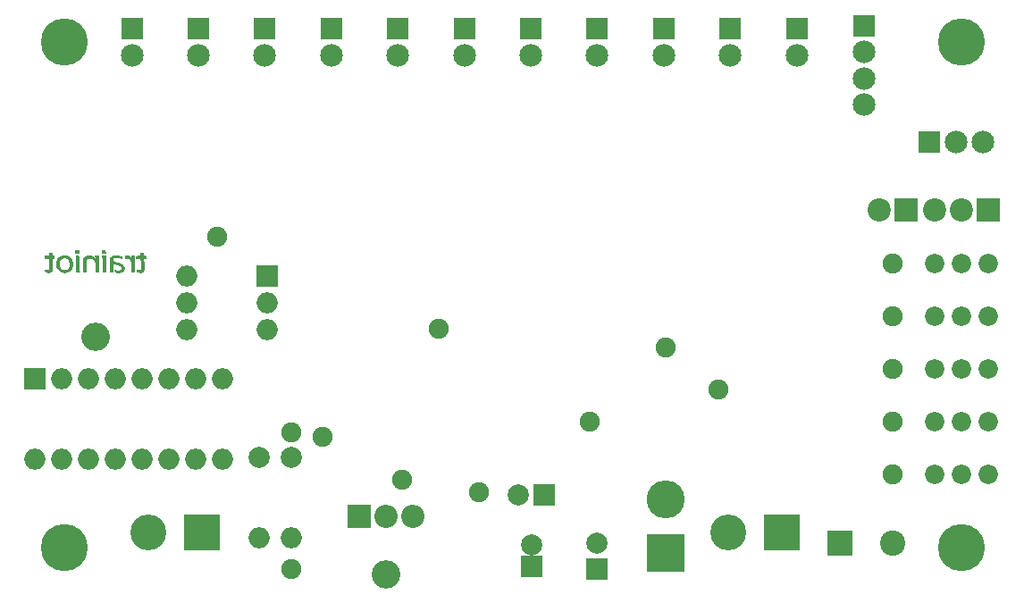
<source format=gbs>
G04 #@! TF.FileFunction,Soldermask,Bot*
%FSLAX46Y46*%
G04 Gerber Fmt 4.6, Leading zero omitted, Abs format (unit mm)*
G04 Created by KiCad (PCBNEW 4.0.7) date 01/01/18 15:21:48*
%MOMM*%
%LPD*%
G01*
G04 APERTURE LIST*
%ADD10C,0.100000*%
%ADD11C,0.010000*%
%ADD12C,4.464000*%
%ADD13O,2.700000X2.700000*%
%ADD14C,1.900000*%
%ADD15R,2.000000X2.000000*%
%ADD16C,2.000000*%
%ADD17R,2.400000X2.400000*%
%ADD18C,2.400000*%
%ADD19R,3.600000X3.600000*%
%ADD20O,3.600000X3.600000*%
%ADD21R,2.200000X2.200000*%
%ADD22C,2.200000*%
%ADD23O,2.000000X2.000000*%
%ADD24R,3.400000X3.400000*%
%ADD25C,3.400000*%
%ADD26R,2.150000X2.150000*%
%ADD27C,2.150000*%
%ADD28C,1.840000*%
%ADD29O,2.200000X2.200000*%
G04 APERTURE END LIST*
D10*
D11*
G36*
X113216464Y-106151229D02*
X113220218Y-106317917D01*
X113011602Y-106317917D01*
X112939932Y-106318070D01*
X112886848Y-106318673D01*
X112849770Y-106319938D01*
X112826119Y-106322080D01*
X112813316Y-106325311D01*
X112808780Y-106329847D01*
X112809410Y-106334657D01*
X112812667Y-106353322D01*
X112814978Y-106385994D01*
X112815834Y-106424615D01*
X112815834Y-106497833D01*
X113226381Y-106497833D01*
X113232793Y-106579854D01*
X113236906Y-106638036D01*
X113241214Y-106708896D01*
X113245596Y-106789404D01*
X113249929Y-106876531D01*
X113254090Y-106967246D01*
X113257958Y-107058521D01*
X113261410Y-107147324D01*
X113264324Y-107230627D01*
X113266577Y-107305399D01*
X113268048Y-107368611D01*
X113268613Y-107417232D01*
X113268151Y-107448233D01*
X113267974Y-107451354D01*
X113263192Y-107495148D01*
X113255723Y-107534528D01*
X113247127Y-107561380D01*
X113246577Y-107562479D01*
X113211805Y-107609811D01*
X113164365Y-107641783D01*
X113103661Y-107658539D01*
X113029097Y-107660224D01*
X112940078Y-107646982D01*
X112918750Y-107642141D01*
X112878043Y-107632612D01*
X112854034Y-107628122D01*
X112842862Y-107628671D01*
X112840667Y-107634263D01*
X112842718Y-107642175D01*
X112847514Y-107662093D01*
X112854210Y-107695828D01*
X112861403Y-107736292D01*
X112861803Y-107738680D01*
X112874627Y-107815458D01*
X112927251Y-107829293D01*
X112964219Y-107836025D01*
X113015709Y-107841487D01*
X113075889Y-107845473D01*
X113138924Y-107847777D01*
X113198982Y-107848194D01*
X113250228Y-107846518D01*
X113286828Y-107842544D01*
X113289256Y-107842055D01*
X113362885Y-107817465D01*
X113425784Y-107778614D01*
X113474885Y-107727982D01*
X113507121Y-107668051D01*
X113508179Y-107665019D01*
X113514685Y-107639980D01*
X113519524Y-107606874D01*
X113522685Y-107564123D01*
X113524158Y-107510149D01*
X113523932Y-107443374D01*
X113521998Y-107362220D01*
X113518346Y-107265108D01*
X113512964Y-107150461D01*
X113505844Y-107016700D01*
X113503750Y-106979375D01*
X113498797Y-106890288D01*
X113494254Y-106805671D01*
X113490266Y-106728414D01*
X113486976Y-106661407D01*
X113484525Y-106607540D01*
X113483058Y-106569705D01*
X113482689Y-106553396D01*
X113482584Y-106497833D01*
X113673084Y-106497833D01*
X113673084Y-106424615D01*
X113672718Y-106377059D01*
X113669104Y-106346258D01*
X113658470Y-106328576D01*
X113637042Y-106320378D01*
X113601047Y-106318028D01*
X113562357Y-106317917D01*
X113464478Y-106317916D01*
X113457731Y-106246479D01*
X113453973Y-106195076D01*
X113451490Y-106138933D01*
X113450909Y-106105724D01*
X113450834Y-106036407D01*
X113331771Y-106010474D01*
X113212709Y-105984542D01*
X113216464Y-106151229D01*
X113216464Y-106151229D01*
G37*
X113216464Y-106151229D02*
X113220218Y-106317917D01*
X113011602Y-106317917D01*
X112939932Y-106318070D01*
X112886848Y-106318673D01*
X112849770Y-106319938D01*
X112826119Y-106322080D01*
X112813316Y-106325311D01*
X112808780Y-106329847D01*
X112809410Y-106334657D01*
X112812667Y-106353322D01*
X112814978Y-106385994D01*
X112815834Y-106424615D01*
X112815834Y-106497833D01*
X113226381Y-106497833D01*
X113232793Y-106579854D01*
X113236906Y-106638036D01*
X113241214Y-106708896D01*
X113245596Y-106789404D01*
X113249929Y-106876531D01*
X113254090Y-106967246D01*
X113257958Y-107058521D01*
X113261410Y-107147324D01*
X113264324Y-107230627D01*
X113266577Y-107305399D01*
X113268048Y-107368611D01*
X113268613Y-107417232D01*
X113268151Y-107448233D01*
X113267974Y-107451354D01*
X113263192Y-107495148D01*
X113255723Y-107534528D01*
X113247127Y-107561380D01*
X113246577Y-107562479D01*
X113211805Y-107609811D01*
X113164365Y-107641783D01*
X113103661Y-107658539D01*
X113029097Y-107660224D01*
X112940078Y-107646982D01*
X112918750Y-107642141D01*
X112878043Y-107632612D01*
X112854034Y-107628122D01*
X112842862Y-107628671D01*
X112840667Y-107634263D01*
X112842718Y-107642175D01*
X112847514Y-107662093D01*
X112854210Y-107695828D01*
X112861403Y-107736292D01*
X112861803Y-107738680D01*
X112874627Y-107815458D01*
X112927251Y-107829293D01*
X112964219Y-107836025D01*
X113015709Y-107841487D01*
X113075889Y-107845473D01*
X113138924Y-107847777D01*
X113198982Y-107848194D01*
X113250228Y-107846518D01*
X113286828Y-107842544D01*
X113289256Y-107842055D01*
X113362885Y-107817465D01*
X113425784Y-107778614D01*
X113474885Y-107727982D01*
X113507121Y-107668051D01*
X113508179Y-107665019D01*
X113514685Y-107639980D01*
X113519524Y-107606874D01*
X113522685Y-107564123D01*
X113524158Y-107510149D01*
X113523932Y-107443374D01*
X113521998Y-107362220D01*
X113518346Y-107265108D01*
X113512964Y-107150461D01*
X113505844Y-107016700D01*
X113503750Y-106979375D01*
X113498797Y-106890288D01*
X113494254Y-106805671D01*
X113490266Y-106728414D01*
X113486976Y-106661407D01*
X113484525Y-106607540D01*
X113483058Y-106569705D01*
X113482689Y-106553396D01*
X113482584Y-106497833D01*
X113673084Y-106497833D01*
X113673084Y-106424615D01*
X113672718Y-106377059D01*
X113669104Y-106346258D01*
X113658470Y-106328576D01*
X113637042Y-106320378D01*
X113601047Y-106318028D01*
X113562357Y-106317917D01*
X113464478Y-106317916D01*
X113457731Y-106246479D01*
X113453973Y-106195076D01*
X113451490Y-106138933D01*
X113450909Y-106105724D01*
X113450834Y-106036407D01*
X113331771Y-106010474D01*
X113212709Y-105984542D01*
X113216464Y-106151229D01*
G36*
X110823960Y-106282651D02*
X110732620Y-106288110D01*
X110650463Y-106297888D01*
X110597574Y-106308145D01*
X110524773Y-106331654D01*
X110456360Y-106364755D01*
X110398841Y-106403972D01*
X110373133Y-106428044D01*
X110351848Y-106453375D01*
X110334273Y-106480348D01*
X110320228Y-106510935D01*
X110309538Y-106547108D01*
X110302024Y-106590838D01*
X110297508Y-106644097D01*
X110295815Y-106708858D01*
X110296766Y-106787091D01*
X110300183Y-106880768D01*
X110305890Y-106991862D01*
X110312459Y-107102280D01*
X110317675Y-107192433D01*
X110322941Y-107293975D01*
X110327874Y-107398773D01*
X110332090Y-107498690D01*
X110335197Y-107585271D01*
X110342603Y-107820750D01*
X110473260Y-107820750D01*
X110524845Y-107821291D01*
X110561415Y-107820878D01*
X110585195Y-107816457D01*
X110598410Y-107804973D01*
X110603286Y-107783372D01*
X110602048Y-107748600D01*
X110596922Y-107697603D01*
X110592788Y-107656708D01*
X110589839Y-107621152D01*
X110586349Y-107571517D01*
X110582471Y-107510771D01*
X110578358Y-107441879D01*
X110574165Y-107367807D01*
X110570044Y-107291522D01*
X110566149Y-107215990D01*
X110562634Y-107144177D01*
X110559652Y-107079049D01*
X110557355Y-107023573D01*
X110555899Y-106980714D01*
X110555435Y-106953440D01*
X110555958Y-106944697D01*
X110565346Y-106948581D01*
X110587228Y-106961602D01*
X110614156Y-106979143D01*
X110657655Y-107003165D01*
X110717206Y-107028311D01*
X110787933Y-107052539D01*
X110792909Y-107054067D01*
X110901531Y-107087336D01*
X110991982Y-107115538D01*
X111066408Y-107139537D01*
X111126958Y-107160195D01*
X111175779Y-107178375D01*
X111215018Y-107194939D01*
X111246823Y-107210752D01*
X111273342Y-107226674D01*
X111296723Y-107243570D01*
X111319112Y-107262302D01*
X111325592Y-107268081D01*
X111371395Y-107321726D01*
X111399058Y-107381158D01*
X111409421Y-107443158D01*
X111403323Y-107504505D01*
X111381604Y-107561978D01*
X111345102Y-107612359D01*
X111294656Y-107652426D01*
X111231105Y-107678960D01*
X111217685Y-107682192D01*
X111155391Y-107690778D01*
X111080369Y-107693779D01*
X111000248Y-107691405D01*
X110922656Y-107683866D01*
X110859010Y-107672298D01*
X110818720Y-107663033D01*
X110787224Y-107656532D01*
X110769407Y-107653773D01*
X110767196Y-107653943D01*
X110767670Y-107665707D01*
X110773465Y-107691461D01*
X110782782Y-107725264D01*
X110793821Y-107761174D01*
X110804782Y-107793250D01*
X110813864Y-107815549D01*
X110818167Y-107822178D01*
X110842908Y-107830889D01*
X110884735Y-107838107D01*
X110939610Y-107843704D01*
X111003498Y-107847551D01*
X111072360Y-107849520D01*
X111142160Y-107849484D01*
X111208861Y-107847314D01*
X111268427Y-107842882D01*
X111307709Y-107837709D01*
X111404879Y-107812698D01*
X111487083Y-107773254D01*
X111553842Y-107719827D01*
X111604676Y-107652863D01*
X111639106Y-107572814D01*
X111652276Y-107515140D01*
X111656774Y-107424586D01*
X111640897Y-107338684D01*
X111605205Y-107258995D01*
X111550263Y-107187075D01*
X111524941Y-107162542D01*
X111481851Y-107127989D01*
X111431631Y-107095880D01*
X111372207Y-107065396D01*
X111301506Y-107035720D01*
X111217453Y-107006030D01*
X111117976Y-106975509D01*
X111000999Y-106943337D01*
X110912575Y-106920643D01*
X110808483Y-106891324D01*
X110724187Y-106860170D01*
X110658337Y-106826258D01*
X110609584Y-106788662D01*
X110576575Y-106746456D01*
X110557962Y-106698715D01*
X110553892Y-106674908D01*
X110555750Y-106612958D01*
X110576860Y-106559269D01*
X110614653Y-106514829D01*
X110652329Y-106486336D01*
X110695544Y-106465494D01*
X110747851Y-106451436D01*
X110812804Y-106443298D01*
X110893956Y-106440214D01*
X110921417Y-106440144D01*
X111077634Y-106449267D01*
X111227079Y-106476203D01*
X111370258Y-106519956D01*
X111408582Y-106533581D01*
X111438243Y-106543442D01*
X111454537Y-106548002D01*
X111456239Y-106548034D01*
X111456533Y-106535603D01*
X111453362Y-106508459D01*
X111447788Y-106472566D01*
X111440871Y-106433888D01*
X111433675Y-106398389D01*
X111427261Y-106372032D01*
X111422930Y-106360955D01*
X111406730Y-106353950D01*
X111373389Y-106344952D01*
X111326764Y-106334656D01*
X111270710Y-106323757D01*
X111209082Y-106312950D01*
X111145736Y-106302930D01*
X111084526Y-106294394D01*
X111029309Y-106288035D01*
X111007844Y-106286102D01*
X110917896Y-106281863D01*
X110823960Y-106282651D01*
X110823960Y-106282651D01*
G37*
X110823960Y-106282651D02*
X110732620Y-106288110D01*
X110650463Y-106297888D01*
X110597574Y-106308145D01*
X110524773Y-106331654D01*
X110456360Y-106364755D01*
X110398841Y-106403972D01*
X110373133Y-106428044D01*
X110351848Y-106453375D01*
X110334273Y-106480348D01*
X110320228Y-106510935D01*
X110309538Y-106547108D01*
X110302024Y-106590838D01*
X110297508Y-106644097D01*
X110295815Y-106708858D01*
X110296766Y-106787091D01*
X110300183Y-106880768D01*
X110305890Y-106991862D01*
X110312459Y-107102280D01*
X110317675Y-107192433D01*
X110322941Y-107293975D01*
X110327874Y-107398773D01*
X110332090Y-107498690D01*
X110335197Y-107585271D01*
X110342603Y-107820750D01*
X110473260Y-107820750D01*
X110524845Y-107821291D01*
X110561415Y-107820878D01*
X110585195Y-107816457D01*
X110598410Y-107804973D01*
X110603286Y-107783372D01*
X110602048Y-107748600D01*
X110596922Y-107697603D01*
X110592788Y-107656708D01*
X110589839Y-107621152D01*
X110586349Y-107571517D01*
X110582471Y-107510771D01*
X110578358Y-107441879D01*
X110574165Y-107367807D01*
X110570044Y-107291522D01*
X110566149Y-107215990D01*
X110562634Y-107144177D01*
X110559652Y-107079049D01*
X110557355Y-107023573D01*
X110555899Y-106980714D01*
X110555435Y-106953440D01*
X110555958Y-106944697D01*
X110565346Y-106948581D01*
X110587228Y-106961602D01*
X110614156Y-106979143D01*
X110657655Y-107003165D01*
X110717206Y-107028311D01*
X110787933Y-107052539D01*
X110792909Y-107054067D01*
X110901531Y-107087336D01*
X110991982Y-107115538D01*
X111066408Y-107139537D01*
X111126958Y-107160195D01*
X111175779Y-107178375D01*
X111215018Y-107194939D01*
X111246823Y-107210752D01*
X111273342Y-107226674D01*
X111296723Y-107243570D01*
X111319112Y-107262302D01*
X111325592Y-107268081D01*
X111371395Y-107321726D01*
X111399058Y-107381158D01*
X111409421Y-107443158D01*
X111403323Y-107504505D01*
X111381604Y-107561978D01*
X111345102Y-107612359D01*
X111294656Y-107652426D01*
X111231105Y-107678960D01*
X111217685Y-107682192D01*
X111155391Y-107690778D01*
X111080369Y-107693779D01*
X111000248Y-107691405D01*
X110922656Y-107683866D01*
X110859010Y-107672298D01*
X110818720Y-107663033D01*
X110787224Y-107656532D01*
X110769407Y-107653773D01*
X110767196Y-107653943D01*
X110767670Y-107665707D01*
X110773465Y-107691461D01*
X110782782Y-107725264D01*
X110793821Y-107761174D01*
X110804782Y-107793250D01*
X110813864Y-107815549D01*
X110818167Y-107822178D01*
X110842908Y-107830889D01*
X110884735Y-107838107D01*
X110939610Y-107843704D01*
X111003498Y-107847551D01*
X111072360Y-107849520D01*
X111142160Y-107849484D01*
X111208861Y-107847314D01*
X111268427Y-107842882D01*
X111307709Y-107837709D01*
X111404879Y-107812698D01*
X111487083Y-107773254D01*
X111553842Y-107719827D01*
X111604676Y-107652863D01*
X111639106Y-107572814D01*
X111652276Y-107515140D01*
X111656774Y-107424586D01*
X111640897Y-107338684D01*
X111605205Y-107258995D01*
X111550263Y-107187075D01*
X111524941Y-107162542D01*
X111481851Y-107127989D01*
X111431631Y-107095880D01*
X111372207Y-107065396D01*
X111301506Y-107035720D01*
X111217453Y-107006030D01*
X111117976Y-106975509D01*
X111000999Y-106943337D01*
X110912575Y-106920643D01*
X110808483Y-106891324D01*
X110724187Y-106860170D01*
X110658337Y-106826258D01*
X110609584Y-106788662D01*
X110576575Y-106746456D01*
X110557962Y-106698715D01*
X110553892Y-106674908D01*
X110555750Y-106612958D01*
X110576860Y-106559269D01*
X110614653Y-106514829D01*
X110652329Y-106486336D01*
X110695544Y-106465494D01*
X110747851Y-106451436D01*
X110812804Y-106443298D01*
X110893956Y-106440214D01*
X110921417Y-106440144D01*
X111077634Y-106449267D01*
X111227079Y-106476203D01*
X111370258Y-106519956D01*
X111408582Y-106533581D01*
X111438243Y-106543442D01*
X111454537Y-106548002D01*
X111456239Y-106548034D01*
X111456533Y-106535603D01*
X111453362Y-106508459D01*
X111447788Y-106472566D01*
X111440871Y-106433888D01*
X111433675Y-106398389D01*
X111427261Y-106372032D01*
X111422930Y-106360955D01*
X111406730Y-106353950D01*
X111373389Y-106344952D01*
X111326764Y-106334656D01*
X111270710Y-106323757D01*
X111209082Y-106312950D01*
X111145736Y-106302930D01*
X111084526Y-106294394D01*
X111029309Y-106288035D01*
X111007844Y-106286102D01*
X110917896Y-106281863D01*
X110823960Y-106282651D01*
G36*
X105861608Y-106286850D02*
X105744643Y-106306838D01*
X105643469Y-106337182D01*
X105554638Y-106379415D01*
X105474702Y-106435073D01*
X105423131Y-106481903D01*
X105349284Y-106570393D01*
X105292157Y-106671781D01*
X105253934Y-106778292D01*
X105242085Y-106837580D01*
X105234092Y-106911147D01*
X105230122Y-106992428D01*
X105230340Y-107074859D01*
X105234910Y-107151877D01*
X105243032Y-107211948D01*
X105276965Y-107345075D01*
X105325738Y-107463811D01*
X105388959Y-107567705D01*
X105466235Y-107656308D01*
X105557175Y-107729169D01*
X105661385Y-107785838D01*
X105777917Y-107825722D01*
X105845766Y-107838372D01*
X105926947Y-107846110D01*
X106014177Y-107848829D01*
X106100175Y-107846421D01*
X106177659Y-107838778D01*
X106214508Y-107832194D01*
X106334197Y-107796315D01*
X106440517Y-107744215D01*
X106532993Y-107676461D01*
X106611150Y-107593617D01*
X106674514Y-107496251D01*
X106722609Y-107384926D01*
X106754960Y-107260209D01*
X106767151Y-107173954D01*
X106767248Y-107170383D01*
X106504989Y-107170383D01*
X106491205Y-107278172D01*
X106462917Y-107373280D01*
X106419699Y-107457456D01*
X106397010Y-107489947D01*
X106332772Y-107557744D01*
X106255957Y-107609932D01*
X106168956Y-107645868D01*
X106074160Y-107664912D01*
X105973957Y-107666421D01*
X105870739Y-107649753D01*
X105836913Y-107640307D01*
X105748493Y-107602453D01*
X105672171Y-107547529D01*
X105608274Y-107476057D01*
X105557131Y-107388560D01*
X105519070Y-107285561D01*
X105494418Y-107167581D01*
X105485577Y-107080565D01*
X105485625Y-106964316D01*
X105500336Y-106854638D01*
X105528956Y-106754732D01*
X105570735Y-106667798D01*
X105589176Y-106639841D01*
X105643726Y-106581280D01*
X105712911Y-106534377D01*
X105793271Y-106499805D01*
X105881346Y-106478240D01*
X105973676Y-106470356D01*
X106066802Y-106476827D01*
X106157264Y-106498328D01*
X106209278Y-106518936D01*
X106292606Y-106568985D01*
X106362709Y-106635260D01*
X106419289Y-106717226D01*
X106462046Y-106814345D01*
X106490681Y-106926083D01*
X106504694Y-107048167D01*
X106504989Y-107170383D01*
X106767248Y-107170383D01*
X106769971Y-107070205D01*
X106759470Y-106961264D01*
X106736973Y-106851935D01*
X106703803Y-106747022D01*
X106661284Y-106651330D01*
X106610742Y-106569661D01*
X106595007Y-106549568D01*
X106513234Y-106467205D01*
X106417195Y-106398678D01*
X106309369Y-106344874D01*
X106192232Y-106306683D01*
X106068264Y-106284990D01*
X105939943Y-106280684D01*
X105861608Y-106286850D01*
X105861608Y-106286850D01*
G37*
X105861608Y-106286850D02*
X105744643Y-106306838D01*
X105643469Y-106337182D01*
X105554638Y-106379415D01*
X105474702Y-106435073D01*
X105423131Y-106481903D01*
X105349284Y-106570393D01*
X105292157Y-106671781D01*
X105253934Y-106778292D01*
X105242085Y-106837580D01*
X105234092Y-106911147D01*
X105230122Y-106992428D01*
X105230340Y-107074859D01*
X105234910Y-107151877D01*
X105243032Y-107211948D01*
X105276965Y-107345075D01*
X105325738Y-107463811D01*
X105388959Y-107567705D01*
X105466235Y-107656308D01*
X105557175Y-107729169D01*
X105661385Y-107785838D01*
X105777917Y-107825722D01*
X105845766Y-107838372D01*
X105926947Y-107846110D01*
X106014177Y-107848829D01*
X106100175Y-107846421D01*
X106177659Y-107838778D01*
X106214508Y-107832194D01*
X106334197Y-107796315D01*
X106440517Y-107744215D01*
X106532993Y-107676461D01*
X106611150Y-107593617D01*
X106674514Y-107496251D01*
X106722609Y-107384926D01*
X106754960Y-107260209D01*
X106767151Y-107173954D01*
X106767248Y-107170383D01*
X106504989Y-107170383D01*
X106491205Y-107278172D01*
X106462917Y-107373280D01*
X106419699Y-107457456D01*
X106397010Y-107489947D01*
X106332772Y-107557744D01*
X106255957Y-107609932D01*
X106168956Y-107645868D01*
X106074160Y-107664912D01*
X105973957Y-107666421D01*
X105870739Y-107649753D01*
X105836913Y-107640307D01*
X105748493Y-107602453D01*
X105672171Y-107547529D01*
X105608274Y-107476057D01*
X105557131Y-107388560D01*
X105519070Y-107285561D01*
X105494418Y-107167581D01*
X105485577Y-107080565D01*
X105485625Y-106964316D01*
X105500336Y-106854638D01*
X105528956Y-106754732D01*
X105570735Y-106667798D01*
X105589176Y-106639841D01*
X105643726Y-106581280D01*
X105712911Y-106534377D01*
X105793271Y-106499805D01*
X105881346Y-106478240D01*
X105973676Y-106470356D01*
X106066802Y-106476827D01*
X106157264Y-106498328D01*
X106209278Y-106518936D01*
X106292606Y-106568985D01*
X106362709Y-106635260D01*
X106419289Y-106717226D01*
X106462046Y-106814345D01*
X106490681Y-106926083D01*
X106504694Y-107048167D01*
X106504989Y-107170383D01*
X106767248Y-107170383D01*
X106769971Y-107070205D01*
X106759470Y-106961264D01*
X106736973Y-106851935D01*
X106703803Y-106747022D01*
X106661284Y-106651330D01*
X106610742Y-106569661D01*
X106595007Y-106549568D01*
X106513234Y-106467205D01*
X106417195Y-106398678D01*
X106309369Y-106344874D01*
X106192232Y-106306683D01*
X106068264Y-106284990D01*
X105939943Y-106280684D01*
X105861608Y-106286850D01*
G36*
X104551351Y-105988511D02*
X104547740Y-105997230D01*
X104545962Y-106015885D01*
X104545704Y-106047389D01*
X104546656Y-106094657D01*
X104548189Y-106149543D01*
X104553042Y-106317917D01*
X104344037Y-106317916D01*
X104135032Y-106317916D01*
X104141413Y-106341729D01*
X104144865Y-106364955D01*
X104147241Y-106400612D01*
X104147939Y-106431687D01*
X104148084Y-106497833D01*
X104557797Y-106497833D01*
X104564287Y-106590437D01*
X104566315Y-106623002D01*
X104569136Y-106673527D01*
X104572586Y-106738825D01*
X104576502Y-106815712D01*
X104580721Y-106901002D01*
X104585081Y-106991509D01*
X104588492Y-107064042D01*
X104593539Y-107177411D01*
X104597111Y-107271760D01*
X104599086Y-107349191D01*
X104599346Y-107411807D01*
X104597772Y-107461712D01*
X104594244Y-107501007D01*
X104588642Y-107531795D01*
X104580847Y-107556180D01*
X104570741Y-107576264D01*
X104558403Y-107593895D01*
X104516109Y-107630743D01*
X104459127Y-107652924D01*
X104388132Y-107660332D01*
X104303798Y-107652862D01*
X104250640Y-107642056D01*
X104208214Y-107632668D01*
X104183318Y-107629293D01*
X104173249Y-107631717D01*
X104173222Y-107635917D01*
X104177214Y-107652329D01*
X104183112Y-107683631D01*
X104189793Y-107723764D01*
X104191387Y-107734026D01*
X104204317Y-107818494D01*
X104263513Y-107831171D01*
X104313276Y-107839055D01*
X104374446Y-107844606D01*
X104441124Y-107847715D01*
X104507408Y-107848275D01*
X104567401Y-107846177D01*
X104615202Y-107841315D01*
X104632291Y-107837915D01*
X104709223Y-107809221D01*
X104770512Y-107766270D01*
X104816154Y-107709066D01*
X104818724Y-107704597D01*
X104834556Y-107674145D01*
X104844688Y-107646507D01*
X104850695Y-107614828D01*
X104854150Y-107572256D01*
X104855410Y-107544802D01*
X104855585Y-107516445D01*
X104854731Y-107469854D01*
X104852977Y-107407930D01*
X104850451Y-107333574D01*
X104847283Y-107249688D01*
X104843602Y-107159172D01*
X104839538Y-107064928D01*
X104835220Y-106969857D01*
X104830776Y-106876859D01*
X104826338Y-106788836D01*
X104822033Y-106708689D01*
X104817992Y-106639319D01*
X104814342Y-106583628D01*
X104811215Y-106544515D01*
X104810514Y-106537521D01*
X104806265Y-106497833D01*
X105005334Y-106497833D01*
X105005242Y-106463437D01*
X105003880Y-106432163D01*
X105000533Y-106392245D01*
X104998476Y-106373479D01*
X104991802Y-106317917D01*
X104796615Y-106317917D01*
X104789942Y-106262354D01*
X104786631Y-106223585D01*
X104784214Y-106173974D01*
X104783183Y-106123841D01*
X104783176Y-106120792D01*
X104783084Y-106034792D01*
X104685188Y-106016043D01*
X104639652Y-106006923D01*
X104600076Y-105998275D01*
X104572472Y-105991443D01*
X104565314Y-105989232D01*
X104557105Y-105986816D01*
X104551351Y-105988511D01*
X104551351Y-105988511D01*
G37*
X104551351Y-105988511D02*
X104547740Y-105997230D01*
X104545962Y-106015885D01*
X104545704Y-106047389D01*
X104546656Y-106094657D01*
X104548189Y-106149543D01*
X104553042Y-106317917D01*
X104344037Y-106317916D01*
X104135032Y-106317916D01*
X104141413Y-106341729D01*
X104144865Y-106364955D01*
X104147241Y-106400612D01*
X104147939Y-106431687D01*
X104148084Y-106497833D01*
X104557797Y-106497833D01*
X104564287Y-106590437D01*
X104566315Y-106623002D01*
X104569136Y-106673527D01*
X104572586Y-106738825D01*
X104576502Y-106815712D01*
X104580721Y-106901002D01*
X104585081Y-106991509D01*
X104588492Y-107064042D01*
X104593539Y-107177411D01*
X104597111Y-107271760D01*
X104599086Y-107349191D01*
X104599346Y-107411807D01*
X104597772Y-107461712D01*
X104594244Y-107501007D01*
X104588642Y-107531795D01*
X104580847Y-107556180D01*
X104570741Y-107576264D01*
X104558403Y-107593895D01*
X104516109Y-107630743D01*
X104459127Y-107652924D01*
X104388132Y-107660332D01*
X104303798Y-107652862D01*
X104250640Y-107642056D01*
X104208214Y-107632668D01*
X104183318Y-107629293D01*
X104173249Y-107631717D01*
X104173222Y-107635917D01*
X104177214Y-107652329D01*
X104183112Y-107683631D01*
X104189793Y-107723764D01*
X104191387Y-107734026D01*
X104204317Y-107818494D01*
X104263513Y-107831171D01*
X104313276Y-107839055D01*
X104374446Y-107844606D01*
X104441124Y-107847715D01*
X104507408Y-107848275D01*
X104567401Y-107846177D01*
X104615202Y-107841315D01*
X104632291Y-107837915D01*
X104709223Y-107809221D01*
X104770512Y-107766270D01*
X104816154Y-107709066D01*
X104818724Y-107704597D01*
X104834556Y-107674145D01*
X104844688Y-107646507D01*
X104850695Y-107614828D01*
X104854150Y-107572256D01*
X104855410Y-107544802D01*
X104855585Y-107516445D01*
X104854731Y-107469854D01*
X104852977Y-107407930D01*
X104850451Y-107333574D01*
X104847283Y-107249688D01*
X104843602Y-107159172D01*
X104839538Y-107064928D01*
X104835220Y-106969857D01*
X104830776Y-106876859D01*
X104826338Y-106788836D01*
X104822033Y-106708689D01*
X104817992Y-106639319D01*
X104814342Y-106583628D01*
X104811215Y-106544515D01*
X104810514Y-106537521D01*
X104806265Y-106497833D01*
X105005334Y-106497833D01*
X105005242Y-106463437D01*
X105003880Y-106432163D01*
X105000533Y-106392245D01*
X104998476Y-106373479D01*
X104991802Y-106317917D01*
X104796615Y-106317917D01*
X104789942Y-106262354D01*
X104786631Y-106223585D01*
X104784214Y-106173974D01*
X104783183Y-106123841D01*
X104783176Y-106120792D01*
X104783084Y-106034792D01*
X104685188Y-106016043D01*
X104639652Y-106006923D01*
X104600076Y-105998275D01*
X104572472Y-105991443D01*
X104565314Y-105989232D01*
X104557105Y-105986816D01*
X104551351Y-105988511D01*
G36*
X111813256Y-106283640D02*
X111781964Y-106287356D01*
X111767737Y-106292864D01*
X111762552Y-106307426D01*
X111757226Y-106337963D01*
X111752547Y-106379300D01*
X111750420Y-106406494D01*
X111743648Y-106509579D01*
X111800845Y-106501060D01*
X111842207Y-106496856D01*
X111892850Y-106494406D01*
X111935679Y-106494181D01*
X112021098Y-106506085D01*
X112099301Y-106537772D01*
X112169407Y-106588829D01*
X112196940Y-106616742D01*
X112227300Y-106652819D01*
X112253400Y-106689781D01*
X112275597Y-106729528D01*
X112294245Y-106773960D01*
X112309701Y-106824978D01*
X112322321Y-106884482D01*
X112332459Y-106954373D01*
X112340472Y-107036552D01*
X112346716Y-107132918D01*
X112351546Y-107245373D01*
X112355318Y-107375816D01*
X112357428Y-107474146D01*
X112364123Y-107820750D01*
X112627234Y-107820750D01*
X112620640Y-107733437D01*
X112614179Y-107639123D01*
X112607660Y-107527708D01*
X112601257Y-107403256D01*
X112595141Y-107269831D01*
X112589485Y-107131497D01*
X112584461Y-106992319D01*
X112580242Y-106856361D01*
X112576999Y-106727686D01*
X112576088Y-106683042D01*
X112569059Y-106312625D01*
X112319199Y-106312625D01*
X112324586Y-106429042D01*
X112326798Y-106479571D01*
X112327537Y-106511785D01*
X112326377Y-106528507D01*
X112322891Y-106532564D01*
X112316651Y-106526778D01*
X112310966Y-106519147D01*
X112251890Y-106444153D01*
X112194618Y-106386690D01*
X112135458Y-106343851D01*
X112070718Y-106312727D01*
X112032667Y-106299924D01*
X111997769Y-106292481D01*
X111953166Y-106286992D01*
X111904070Y-106283597D01*
X111855696Y-106282433D01*
X111813256Y-106283640D01*
X111813256Y-106283640D01*
G37*
X111813256Y-106283640D02*
X111781964Y-106287356D01*
X111767737Y-106292864D01*
X111762552Y-106307426D01*
X111757226Y-106337963D01*
X111752547Y-106379300D01*
X111750420Y-106406494D01*
X111743648Y-106509579D01*
X111800845Y-106501060D01*
X111842207Y-106496856D01*
X111892850Y-106494406D01*
X111935679Y-106494181D01*
X112021098Y-106506085D01*
X112099301Y-106537772D01*
X112169407Y-106588829D01*
X112196940Y-106616742D01*
X112227300Y-106652819D01*
X112253400Y-106689781D01*
X112275597Y-106729528D01*
X112294245Y-106773960D01*
X112309701Y-106824978D01*
X112322321Y-106884482D01*
X112332459Y-106954373D01*
X112340472Y-107036552D01*
X112346716Y-107132918D01*
X112351546Y-107245373D01*
X112355318Y-107375816D01*
X112357428Y-107474146D01*
X112364123Y-107820750D01*
X112627234Y-107820750D01*
X112620640Y-107733437D01*
X112614179Y-107639123D01*
X112607660Y-107527708D01*
X112601257Y-107403256D01*
X112595141Y-107269831D01*
X112589485Y-107131497D01*
X112584461Y-106992319D01*
X112580242Y-106856361D01*
X112576999Y-106727686D01*
X112576088Y-106683042D01*
X112569059Y-106312625D01*
X112319199Y-106312625D01*
X112324586Y-106429042D01*
X112326798Y-106479571D01*
X112327537Y-106511785D01*
X112326377Y-106528507D01*
X112322891Y-106532564D01*
X112316651Y-106526778D01*
X112310966Y-106519147D01*
X112251890Y-106444153D01*
X112194618Y-106386690D01*
X112135458Y-106343851D01*
X112070718Y-106312727D01*
X112032667Y-106299924D01*
X111997769Y-106292481D01*
X111953166Y-106286992D01*
X111904070Y-106283597D01*
X111855696Y-106282433D01*
X111813256Y-106283640D01*
G36*
X109592798Y-106360250D02*
X109596870Y-106399819D01*
X109601411Y-106458152D01*
X109606305Y-106532854D01*
X109611435Y-106621531D01*
X109616683Y-106721786D01*
X109621932Y-106831227D01*
X109627066Y-106947457D01*
X109631966Y-107068082D01*
X109636517Y-107190708D01*
X109640601Y-107312939D01*
X109642599Y-107378896D01*
X109655459Y-107820750D01*
X109926584Y-107820750D01*
X109926584Y-107790537D01*
X109925764Y-107768389D01*
X109923531Y-107730476D01*
X109920228Y-107682130D01*
X109916232Y-107629141D01*
X109912422Y-107574862D01*
X109908065Y-107502529D01*
X109903300Y-107415242D01*
X109898269Y-107316103D01*
X109893113Y-107208213D01*
X109887972Y-107094674D01*
X109882986Y-106978585D01*
X109878296Y-106863049D01*
X109874044Y-106751166D01*
X109870369Y-106646037D01*
X109867564Y-106556042D01*
X109860534Y-106312625D01*
X109586643Y-106312625D01*
X109592798Y-106360250D01*
X109592798Y-106360250D01*
G37*
X109592798Y-106360250D02*
X109596870Y-106399819D01*
X109601411Y-106458152D01*
X109606305Y-106532854D01*
X109611435Y-106621531D01*
X109616683Y-106721786D01*
X109621932Y-106831227D01*
X109627066Y-106947457D01*
X109631966Y-107068082D01*
X109636517Y-107190708D01*
X109640601Y-107312939D01*
X109642599Y-107378896D01*
X109655459Y-107820750D01*
X109926584Y-107820750D01*
X109926584Y-107790537D01*
X109925764Y-107768389D01*
X109923531Y-107730476D01*
X109920228Y-107682130D01*
X109916232Y-107629141D01*
X109912422Y-107574862D01*
X109908065Y-107502529D01*
X109903300Y-107415242D01*
X109898269Y-107316103D01*
X109893113Y-107208213D01*
X109887972Y-107094674D01*
X109882986Y-106978585D01*
X109878296Y-106863049D01*
X109874044Y-106751166D01*
X109870369Y-106646037D01*
X109867564Y-106556042D01*
X109860534Y-106312625D01*
X109586643Y-106312625D01*
X109592798Y-106360250D01*
G36*
X108219483Y-106288438D02*
X108113976Y-106305914D01*
X108021560Y-106333881D01*
X107991458Y-106346767D01*
X107930827Y-106383919D01*
X107874489Y-106434277D01*
X107828071Y-106491988D01*
X107798689Y-106547257D01*
X107788211Y-106581171D01*
X107780086Y-106623924D01*
X107774276Y-106677131D01*
X107770743Y-106742409D01*
X107769449Y-106821374D01*
X107770356Y-106915641D01*
X107773427Y-107026829D01*
X107778622Y-107156552D01*
X107782484Y-107238667D01*
X107786710Y-107328574D01*
X107790547Y-107417555D01*
X107793859Y-107501844D01*
X107796510Y-107577677D01*
X107798361Y-107641290D01*
X107799276Y-107688918D01*
X107799349Y-107701687D01*
X107799334Y-107820750D01*
X108063917Y-107820750D01*
X108063710Y-107791646D01*
X108063036Y-107774231D01*
X108061221Y-107738455D01*
X108058421Y-107687084D01*
X108054790Y-107622883D01*
X108050485Y-107548619D01*
X108045660Y-107467056D01*
X108042750Y-107418583D01*
X108034224Y-107268697D01*
X108027974Y-107138697D01*
X108023992Y-107027426D01*
X108022270Y-106933727D01*
X108022803Y-106856444D01*
X108025581Y-106794419D01*
X108030597Y-106746496D01*
X108037844Y-106711517D01*
X108038167Y-106710416D01*
X108063302Y-106655543D01*
X108102979Y-106602556D01*
X108151224Y-106558555D01*
X108182278Y-106539175D01*
X108252472Y-106512480D01*
X108335033Y-106495761D01*
X108423451Y-106489416D01*
X108511216Y-106493843D01*
X108591820Y-106509442D01*
X108604542Y-106513298D01*
X108680384Y-106547168D01*
X108752653Y-106596898D01*
X108816806Y-106658234D01*
X108868299Y-106726919D01*
X108899289Y-106789404D01*
X108917190Y-106844625D01*
X108932601Y-106908795D01*
X108945719Y-106983701D01*
X108956743Y-107071135D01*
X108965867Y-107172885D01*
X108973290Y-107290740D01*
X108979208Y-107426492D01*
X108983035Y-107550875D01*
X108989959Y-107815458D01*
X109261987Y-107821398D01*
X109255573Y-107760220D01*
X109249931Y-107699622D01*
X109243720Y-107620997D01*
X109237113Y-107527471D01*
X109230284Y-107422172D01*
X109223408Y-107308226D01*
X109216658Y-107188759D01*
X109210209Y-107066898D01*
X109204235Y-106945771D01*
X109198909Y-106828502D01*
X109194405Y-106718219D01*
X109190899Y-106618049D01*
X109189660Y-106575944D01*
X109182478Y-106312625D01*
X108920047Y-106312625D01*
X108927391Y-106447562D01*
X108929728Y-106498167D01*
X108930872Y-106540121D01*
X108930774Y-106569469D01*
X108929384Y-106582255D01*
X108929054Y-106582500D01*
X108920785Y-106574325D01*
X108905114Y-106553114D01*
X108889400Y-106529557D01*
X108827218Y-106451917D01*
X108749751Y-106388495D01*
X108657652Y-106339583D01*
X108551574Y-106305471D01*
X108432171Y-106286450D01*
X108333792Y-106282263D01*
X108219483Y-106288438D01*
X108219483Y-106288438D01*
G37*
X108219483Y-106288438D02*
X108113976Y-106305914D01*
X108021560Y-106333881D01*
X107991458Y-106346767D01*
X107930827Y-106383919D01*
X107874489Y-106434277D01*
X107828071Y-106491988D01*
X107798689Y-106547257D01*
X107788211Y-106581171D01*
X107780086Y-106623924D01*
X107774276Y-106677131D01*
X107770743Y-106742409D01*
X107769449Y-106821374D01*
X107770356Y-106915641D01*
X107773427Y-107026829D01*
X107778622Y-107156552D01*
X107782484Y-107238667D01*
X107786710Y-107328574D01*
X107790547Y-107417555D01*
X107793859Y-107501844D01*
X107796510Y-107577677D01*
X107798361Y-107641290D01*
X107799276Y-107688918D01*
X107799349Y-107701687D01*
X107799334Y-107820750D01*
X108063917Y-107820750D01*
X108063710Y-107791646D01*
X108063036Y-107774231D01*
X108061221Y-107738455D01*
X108058421Y-107687084D01*
X108054790Y-107622883D01*
X108050485Y-107548619D01*
X108045660Y-107467056D01*
X108042750Y-107418583D01*
X108034224Y-107268697D01*
X108027974Y-107138697D01*
X108023992Y-107027426D01*
X108022270Y-106933727D01*
X108022803Y-106856444D01*
X108025581Y-106794419D01*
X108030597Y-106746496D01*
X108037844Y-106711517D01*
X108038167Y-106710416D01*
X108063302Y-106655543D01*
X108102979Y-106602556D01*
X108151224Y-106558555D01*
X108182278Y-106539175D01*
X108252472Y-106512480D01*
X108335033Y-106495761D01*
X108423451Y-106489416D01*
X108511216Y-106493843D01*
X108591820Y-106509442D01*
X108604542Y-106513298D01*
X108680384Y-106547168D01*
X108752653Y-106596898D01*
X108816806Y-106658234D01*
X108868299Y-106726919D01*
X108899289Y-106789404D01*
X108917190Y-106844625D01*
X108932601Y-106908795D01*
X108945719Y-106983701D01*
X108956743Y-107071135D01*
X108965867Y-107172885D01*
X108973290Y-107290740D01*
X108979208Y-107426492D01*
X108983035Y-107550875D01*
X108989959Y-107815458D01*
X109261987Y-107821398D01*
X109255573Y-107760220D01*
X109249931Y-107699622D01*
X109243720Y-107620997D01*
X109237113Y-107527471D01*
X109230284Y-107422172D01*
X109223408Y-107308226D01*
X109216658Y-107188759D01*
X109210209Y-107066898D01*
X109204235Y-106945771D01*
X109198909Y-106828502D01*
X109194405Y-106718219D01*
X109190899Y-106618049D01*
X109189660Y-106575944D01*
X109182478Y-106312625D01*
X108920047Y-106312625D01*
X108927391Y-106447562D01*
X108929728Y-106498167D01*
X108930872Y-106540121D01*
X108930774Y-106569469D01*
X108929384Y-106582255D01*
X108929054Y-106582500D01*
X108920785Y-106574325D01*
X108905114Y-106553114D01*
X108889400Y-106529557D01*
X108827218Y-106451917D01*
X108749751Y-106388495D01*
X108657652Y-106339583D01*
X108551574Y-106305471D01*
X108432171Y-106286450D01*
X108333792Y-106282263D01*
X108219483Y-106288438D01*
G36*
X107073214Y-106407875D02*
X107084064Y-106574194D01*
X107093975Y-106748543D01*
X107102752Y-106926246D01*
X107110203Y-107102626D01*
X107116134Y-107273009D01*
X107120350Y-107432719D01*
X107122658Y-107577079D01*
X107122891Y-107606437D01*
X107124237Y-107820750D01*
X107408480Y-107820750D01*
X107402830Y-107770479D01*
X107398669Y-107726195D01*
X107393949Y-107663479D01*
X107388801Y-107585055D01*
X107383356Y-107493647D01*
X107377744Y-107391978D01*
X107372094Y-107282772D01*
X107366539Y-107168752D01*
X107361207Y-107052643D01*
X107356229Y-106937167D01*
X107351736Y-106825049D01*
X107347858Y-106719012D01*
X107344725Y-106621781D01*
X107342468Y-106536077D01*
X107341578Y-106490748D01*
X107340337Y-106434655D01*
X107338652Y-106386405D01*
X107336704Y-106349793D01*
X107334674Y-106328617D01*
X107333667Y-106324985D01*
X107321647Y-106322718D01*
X107292712Y-106320331D01*
X107251109Y-106318099D01*
X107201085Y-106316297D01*
X107197460Y-106316196D01*
X107066545Y-106312625D01*
X107073214Y-106407875D01*
X107073214Y-106407875D01*
G37*
X107073214Y-106407875D02*
X107084064Y-106574194D01*
X107093975Y-106748543D01*
X107102752Y-106926246D01*
X107110203Y-107102626D01*
X107116134Y-107273009D01*
X107120350Y-107432719D01*
X107122658Y-107577079D01*
X107122891Y-107606437D01*
X107124237Y-107820750D01*
X107408480Y-107820750D01*
X107402830Y-107770479D01*
X107398669Y-107726195D01*
X107393949Y-107663479D01*
X107388801Y-107585055D01*
X107383356Y-107493647D01*
X107377744Y-107391978D01*
X107372094Y-107282772D01*
X107366539Y-107168752D01*
X107361207Y-107052643D01*
X107356229Y-106937167D01*
X107351736Y-106825049D01*
X107347858Y-106719012D01*
X107344725Y-106621781D01*
X107342468Y-106536077D01*
X107341578Y-106490748D01*
X107340337Y-106434655D01*
X107338652Y-106386405D01*
X107336704Y-106349793D01*
X107334674Y-106328617D01*
X107333667Y-106324985D01*
X107321647Y-106322718D01*
X107292712Y-106320331D01*
X107251109Y-106318099D01*
X107201085Y-106316297D01*
X107197460Y-106316196D01*
X107066545Y-106312625D01*
X107073214Y-106407875D01*
G36*
X109570535Y-105843219D02*
X109574310Y-105886256D01*
X109576779Y-105927656D01*
X109577334Y-105949052D01*
X109577334Y-105989833D01*
X109866099Y-105989833D01*
X109859300Y-105924781D01*
X109855524Y-105881743D01*
X109853055Y-105840344D01*
X109852500Y-105818947D01*
X109852500Y-105778167D01*
X109563735Y-105778167D01*
X109570535Y-105843219D01*
X109570535Y-105843219D01*
G37*
X109570535Y-105843219D02*
X109574310Y-105886256D01*
X109576779Y-105927656D01*
X109577334Y-105949052D01*
X109577334Y-105989833D01*
X109866099Y-105989833D01*
X109859300Y-105924781D01*
X109855524Y-105881743D01*
X109853055Y-105840344D01*
X109852500Y-105818947D01*
X109852500Y-105778167D01*
X109563735Y-105778167D01*
X109570535Y-105843219D01*
G36*
X107047917Y-105989833D02*
X107333667Y-105989833D01*
X107333667Y-105778167D01*
X107047917Y-105778167D01*
X107047917Y-105989833D01*
X107047917Y-105989833D01*
G37*
X107047917Y-105989833D02*
X107333667Y-105989833D01*
X107333667Y-105778167D01*
X107047917Y-105778167D01*
X107047917Y-105989833D01*
D12*
X106000000Y-86000000D03*
X191000000Y-86000000D03*
D13*
X109000000Y-114000000D03*
D12*
X191000000Y-134000000D03*
D14*
X127500000Y-136000000D03*
D15*
X150250000Y-135750000D03*
D16*
X150250000Y-133750000D03*
D15*
X151500000Y-129000000D03*
D16*
X149000000Y-129000000D03*
D17*
X179500000Y-133500000D03*
D18*
X184500000Y-133500000D03*
D19*
X163000000Y-134500000D03*
D20*
X163000000Y-129420000D03*
D21*
X193540000Y-102000000D03*
D22*
X191000000Y-102000000D03*
X188460000Y-102000000D03*
D21*
X185790000Y-102000000D03*
D22*
X183250000Y-102000000D03*
D15*
X103220000Y-118000000D03*
D23*
X121000000Y-125620000D03*
X105760000Y-118000000D03*
X118460000Y-125620000D03*
X108300000Y-118000000D03*
X115920000Y-125620000D03*
X110840000Y-118000000D03*
X113380000Y-125620000D03*
X113380000Y-118000000D03*
X110840000Y-125620000D03*
X115920000Y-118000000D03*
X108300000Y-125620000D03*
X118460000Y-118000000D03*
X105760000Y-125620000D03*
X121000000Y-118000000D03*
X103220000Y-125620000D03*
D24*
X119080000Y-132500000D03*
D25*
X114000000Y-132500000D03*
D24*
X174000000Y-132500000D03*
D25*
X168920000Y-132500000D03*
D26*
X188000000Y-95500000D03*
D27*
X190500000Y-95500000D03*
X193000000Y-95500000D03*
D26*
X181750000Y-84500000D03*
D27*
X181750000Y-87000000D03*
X181750000Y-89500000D03*
X181750000Y-92000000D03*
D26*
X162800000Y-84800000D03*
D27*
X162800000Y-87300000D03*
D26*
X169100000Y-84800000D03*
D27*
X169100000Y-87300000D03*
D26*
X112400000Y-84800000D03*
D27*
X112400000Y-87300000D03*
D26*
X118700000Y-84800000D03*
D27*
X118700000Y-87300000D03*
D26*
X175400000Y-84800000D03*
D27*
X175400000Y-87300000D03*
D26*
X137600000Y-84800000D03*
D27*
X137600000Y-87300000D03*
D26*
X143900000Y-84800000D03*
D27*
X143900000Y-87300000D03*
D26*
X131300000Y-84800000D03*
D27*
X131300000Y-87300000D03*
D26*
X125000000Y-84800000D03*
D27*
X125000000Y-87300000D03*
D26*
X150200000Y-84800000D03*
D27*
X150200000Y-87300000D03*
D26*
X156500000Y-84800000D03*
D27*
X156500000Y-87300000D03*
D28*
X193540000Y-122000000D03*
X191000000Y-122000000D03*
X188460000Y-122000000D03*
X193540000Y-127000000D03*
X191000000Y-127000000D03*
X188460000Y-127000000D03*
X193540000Y-117000000D03*
X191000000Y-117000000D03*
X188460000Y-117000000D03*
X193540000Y-112000000D03*
X191000000Y-112000000D03*
X188460000Y-112000000D03*
X193540000Y-107000000D03*
X191000000Y-107000000D03*
X188460000Y-107000000D03*
D15*
X125250000Y-108250000D03*
D23*
X117630000Y-113330000D03*
X125250000Y-110790000D03*
X117630000Y-110790000D03*
X125250000Y-113330000D03*
X117630000Y-108250000D03*
D14*
X120500000Y-104500000D03*
X141500000Y-113250000D03*
X145250000Y-128750000D03*
X138000000Y-127500000D03*
X184500000Y-122000000D03*
X130500000Y-123500000D03*
X127500000Y-123000000D03*
X184500000Y-117000000D03*
X163000000Y-115000000D03*
X168000000Y-119000000D03*
X184500000Y-112000000D03*
X184500000Y-107000000D03*
X155750000Y-122000000D03*
D21*
X133960000Y-131000000D03*
D29*
X136500000Y-131000000D03*
X139040000Y-131000000D03*
D13*
X136500000Y-136500000D03*
D15*
X156500000Y-136000000D03*
D16*
X156500000Y-133500000D03*
D12*
X106000000Y-134000000D03*
D16*
X127500000Y-125380000D03*
D23*
X127500000Y-133000000D03*
D16*
X124500000Y-125380000D03*
D23*
X124500000Y-133000000D03*
D14*
X184500000Y-127000000D03*
M02*

</source>
